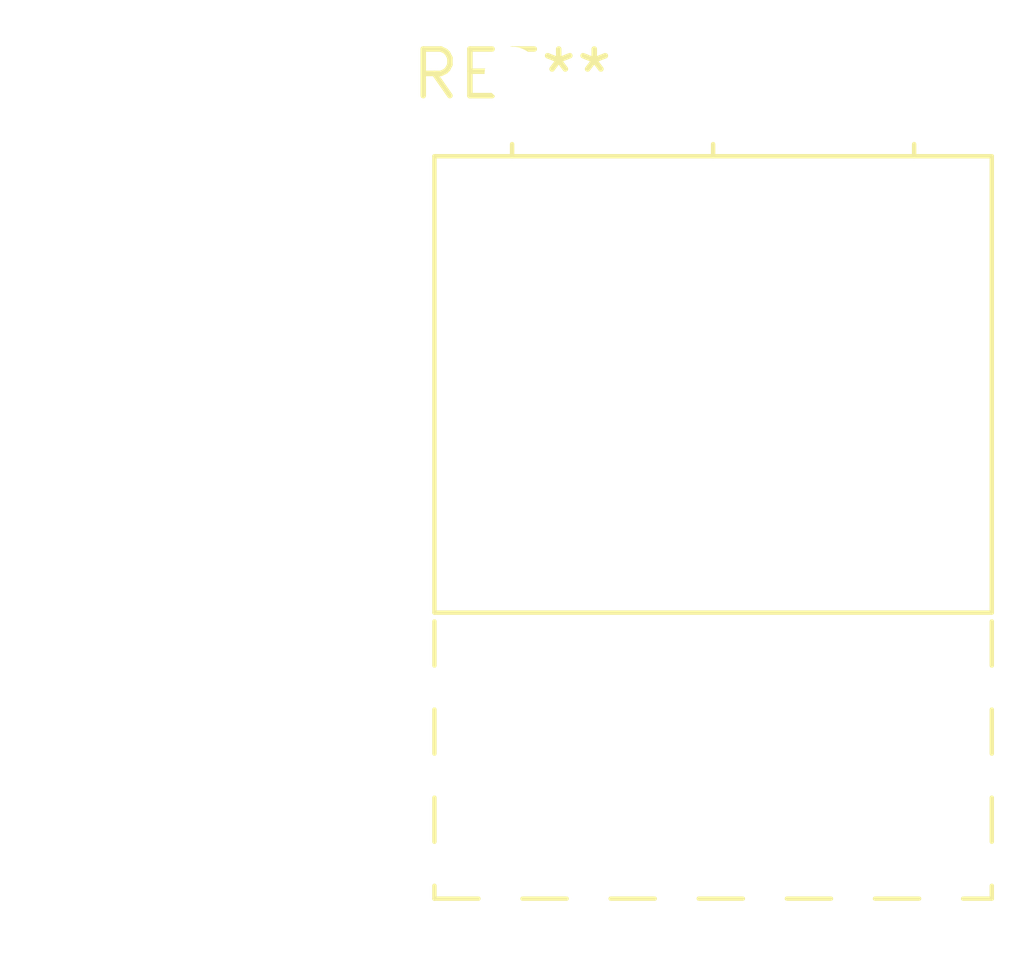
<source format=kicad_pcb>
(kicad_pcb (version 20240108) (generator pcbnew)
  (layers (0 "F.Cu" signal) (31 "B.Cu" signal) (34 "B.Paste" user) (35 "F.Paste" user) (36 "B.SilkS" user "B.Silkscreen") (37 "F.SilkS" user "F.Silkscreen") (38 "B.Mask" user) (39 "F.Mask" user) (44 "Edge.Cuts" user))
  (net 0 "")
  (footprint "TO-218-3_Horizontal_TabUp" (layer "F.Cu") (at 0 0)
    (property "Reference" "REF**")
    (property "Value" "TO-218-3_Horizontal_TabUp")
    (fp_line (start -2.115 2.23) (end -2.115 14.66) (layer "F.SilkS") (stroke (width 0.12)))
    (fp_line (start -2.115 2.23) (end 13.065 2.23) (layer "F.SilkS") (stroke (width 0.12)))
    (fp_line (start -2.115 14.66) (end 13.065 14.66) (layer "F.SilkS") (stroke (width 0.12)))
    (fp_line (start -2.115 14.9) (end -2.115 16.101) (layer "F.SilkS") (stroke (width 0.12)))
    (fp_line (start -2.115 17.3) (end -2.115 18.5) (layer "F.SilkS") (stroke (width 0.12)))
    (fp_line (start -2.115 19.7) (end -2.115 20.9) (layer "F.SilkS") (stroke (width 0.12)))
    (fp_line (start -2.115 22.1) (end -2.115 22.45) (layer "F.SilkS") (stroke (width 0.12)))
    (fp_line (start -2.115 22.45) (end -0.916 22.45) (layer "F.SilkS") (stroke (width 0.12)))
    (fp_line (start 0 1.9) (end 0 2.23) (layer "F.SilkS") (stroke (width 0.12)))
    (fp_line (start 0.285 22.45) (end 1.485 22.45) (layer "F.SilkS") (stroke (width 0.12)))
    (fp_line (start 2.685 22.45) (end 3.885 22.45) (layer "F.SilkS") (stroke (width 0.12)))
    (fp_line (start 5.085 22.45) (end 6.285 22.45) (layer "F.SilkS") (stroke (width 0.12)))
    (fp_line (start 5.475 1.9) (end 5.475 2.23) (layer "F.SilkS") (stroke (width 0.12)))
    (fp_line (start 7.485 22.45) (end 8.685 22.45) (layer "F.SilkS") (stroke (width 0.12)))
    (fp_line (start 9.885 22.45) (end 11.085 22.45) (layer "F.SilkS") (stroke (width 0.12)))
    (fp_line (start 10.95 1.9) (end 10.95 2.23) (layer "F.SilkS") (stroke (width 0.12)))
    (fp_line (start 12.285 22.45) (end 13.065 22.45) (layer "F.SilkS") (stroke (width 0.12)))
    (fp_line (start 13.065 2.23) (end 13.065 14.66) (layer "F.SilkS") (stroke (width 0.12)))
    (fp_line (start 13.065 14.9) (end 13.065 16.101) (layer "F.SilkS") (stroke (width 0.12)))
    (fp_line (start 13.065 17.3) (end 13.065 18.5) (layer "F.SilkS") (stroke (width 0.12)))
    (fp_line (start 13.065 19.7) (end 13.065 20.9) (layer "F.SilkS") (stroke (width 0.12)))
    (fp_line (start 13.065 22.1) (end 13.065 22.45) (layer "F.SilkS") (stroke (width 0.12)))
    (pad "" np_thru_hole oval (at 5.475 18.55) (size 4.04 4.04) (drill 4.04) (layers *.Cu *.Mask))
    (pad "1" thru_hole rect (at 0 0) (size 2.5 3.5) (drill 1.5) (layers *.Cu *.Mask) (remove_unused_layers))
    (pad "2" thru_hole oval (at 5.475 0) (size 2.5 3.5) (drill 1.5) (layers *.Cu *.Mask) (remove_unused_layers))
    (pad "3" thru_hole oval (at 10.95 0) (size 2.5 3.5) (drill 1.5) (layers *.Cu *.Mask) (remove_unused_layers))
  )
)
</source>
